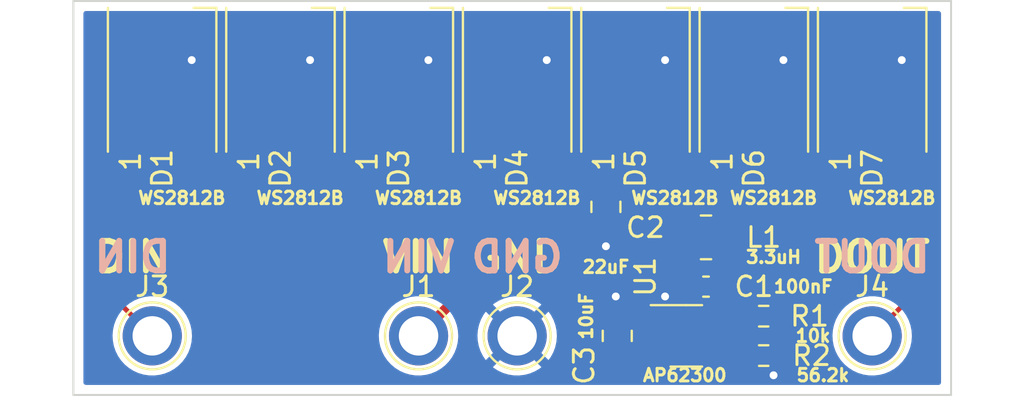
<source format=kicad_pcb>
(kicad_pcb (version 20211014) (generator pcbnew)
  (layers (0 "F.Cu" signal) (31 "B.Cu" signal) (34 "B.Paste" user) (35 "F.Paste" user) (36 "B.SilkS" user "B.Silkscreen") (37 "F.SilkS" user "F.Silkscreen") (38 "B.Mask" user) (39 "F.Mask" user) (44 "Edge.Cuts" user))
  (net 0 "")
  (net 1 "Net-(C1-Pad1)")
  (net 2 "Net-(C1-Pad2)")
  (net 3 "+5V")
  (net 4 "GND")
  (net 5 "VCC")
  (net 6 "Net-(D1-Pad2)")
  (net 7 "Net-(D1-Pad4)")
  (net 8 "Net-(D2-Pad2)")
  (net 9 "Net-(D3-Pad2)")
  (net 10 "Net-(D4-Pad2)")
  (net 11 "Net-(D5-Pad2)")
  (net 12 "Net-(D6-Pad2)")
  (net 13 "Net-(D7-Pad2)")
  (net 14 "Net-(R1-Pad2)")
  (footprint "LED_SMD:LED_WS2812B_PLCC4_5.0x5.0mm_P3.2mm" (layer "F.Cu") (at 114.5 19 90)
    (fp_text reference "D5" (at -4.5 0 90) (layer "F.SilkS"))
    (fp_text value "WS2812B" (at -6 2 180) (layer "F.SilkS") (effects (font (size 0.635 0.635))))
    (fp_text user "1" (at -4.15 -1.6 90) (layer "F.SilkS"))
    (fp_line (start -3.65 2.75) (end 3.65 2.75) (layer "F.SilkS") (width 0.12))
    (fp_line (start -3.65 -2.75) (end 3.65 -2.75) (layer "F.SilkS") (width 0.12))
    (fp_line (start 3.65 2.75) (end 3.65 1.6) (layer "F.SilkS") (width 0.12))
    (pad "1" smd rect (at -2.45 -1.6 90) (size 1.5 1) (layers "F.Cu" "F.Paste" "F.Mask") (net 3 "+5V"))
    (pad "2" smd rect (at -2.45 1.6 90) (size 1.5 1) (layers "F.Cu" "F.Paste" "F.Mask") (net 11 "Net-(D5-Pad2)"))
    (pad "3" smd rect (at 2.45 1.6 90) (size 1.5 1) (layers "F.Cu" "F.Paste" "F.Mask") (net 4 "GND"))
    (pad "4" smd rect (at 2.45 -1.6 90) (size 1.5 1) (layers "F.Cu" "F.Paste" "F.Mask") (net 10 "Net-(D4-Pad2)"))
  )
  (footprint "LED_SMD:LED_WS2812B_PLCC4_5.0x5.0mm_P3.2mm" (layer "F.Cu") (at 90.5 19 90)
    (fp_text reference "D1" (at -4.5 0 90) (layer "F.SilkS"))
    (fp_text value "WS2812B" (at -6 1 180) (layer "F.SilkS") (effects (font (size 0.635 0.635))))
    (fp_text user "1" (at -4.15 -1.6 90) (layer "F.SilkS"))
    (fp_line (start -3.65 -2.75) (end 3.65 -2.75) (layer "F.SilkS") (width 0.12))
    (fp_line (start -3.65 2.75) (end 3.65 2.75) (layer "F.SilkS") (width 0.12))
    (fp_line (start 3.65 2.75) (end 3.65 1.6) (layer "F.SilkS") (width 0.12))
    (pad "1" smd rect (at -2.45 -1.6 90) (size 1.5 1) (layers "F.Cu" "F.Paste" "F.Mask") (net 3 "+5V"))
    (pad "2" smd rect (at -2.45 1.6 90) (size 1.5 1) (layers "F.Cu" "F.Paste" "F.Mask") (net 6 "Net-(D1-Pad2)"))
    (pad "3" smd rect (at 2.45 1.6 90) (size 1.5 1) (layers "F.Cu" "F.Paste" "F.Mask") (net 4 "GND"))
    (pad "4" smd rect (at 2.45 -1.6 90) (size 1.5 1) (layers "F.Cu" "F.Paste" "F.Mask") (net 7 "Net-(D1-Pad4)"))
  )
  (footprint "Capacitor_SMD:C_0603_1608Metric" (layer "F.Cu") (at 118.075 29.5)
    (fp_text reference "C1" (at 2.425 0) (layer "F.SilkS"))
    (fp_text value "100nF" (at 4.925 0 180) (layer "F.SilkS") (effects (font (size 0.635 0.635))))
    (fp_line (start -0.14058 -0.51) (end 0.14058 -0.51) (layer "F.SilkS") (width 0.12))
    (fp_line (start -0.14058 0.51) (end 0.14058 0.51) (layer "F.SilkS") (width 0.12))
    (pad "1" smd roundrect (at -0.775 0) (size 0.9 0.95) (layers "F.Cu" "F.Paste" "F.Mask") (net 1 "Net-(C1-Pad1)"))
    (pad "2" smd roundrect (at 0.775 0) (size 0.9 0.95) (layers "F.Cu" "F.Paste" "F.Mask") (net 2 "Net-(C1-Pad2)"))
  )
  (footprint "Inductor_SMD:L_1008_2520Metric" (layer "F.Cu") (at 118.075 27)
    (fp_text reference "L1" (at 2.925 0) (layer "F.SilkS"))
    (fp_text value "3.3uH" (at 3.425 1) (layer "F.SilkS") (effects (font (size 0.635 0.635))))
    (fp_line (start -0.261252 -1.11) (end 0.261252 -1.11) (layer "F.SilkS") (width 0.12))
    (fp_line (start -0.261252 1.11) (end 0.261252 1.11) (layer "F.SilkS") (width 0.12))
    (pad "1" smd roundrect (at -1.075 0) (size 1.25 2.2) (layers "F.Cu" "F.Paste" "F.Mask") (roundrect_rratio 0.2) (net 1 "Net-(C1-Pad1)"))
    (pad "2" smd roundrect (at 1.075 0) (size 1.25 2.2) (layers "F.Cu" "F.Paste" "F.Mask") (roundrect_rratio 0.2) (net 3 "+5V"))
  )
  (footprint "Capacitor_SMD:C_0805_2012Metric" (layer "F.Cu") (at 113 25.45 -90)
    (fp_text reference "C2" (at 1.05 -2 180) (layer "F.SilkS"))
    (fp_text value "22uF" (at 3.05 0 180) (layer "F.SilkS") (effects (font (size 0.635 0.635))))
    (fp_line (start -0.261252 0.735) (end 0.261252 0.735) (layer "F.SilkS") (width 0.12))
    (fp_line (start -0.261252 -0.735) (end 0.261252 -0.735) (layer "F.SilkS") (width 0.12))
    (pad "1" smd roundrect (at -0.95 0 270) (size 1 1.45) (layers "F.Cu" "F.Paste" "F.Mask") (net 3 "+5V"))
    (pad "2" smd roundrect (at 0.95 0 270) (size 1 1.45) (layers "F.Cu" "F.Paste" "F.Mask") (net 4 "GND"))
  )
  (footprint "TestPoint:TestPoint_Plated_Hole_D2.0mm" (layer "F.Cu") (at 90 32)
    (fp_text reference "J3" (at 0 -2.498) (layer "F.SilkS"))
    (fp_text value "Conn_01x01_Female")
    (fp_circle (center 0 0) (end 0 -1.7) (layer "F.SilkS") (width 0.12) (fill none))
    (pad "1" thru_hole circle (at 0 0) (size 3 3) (drill 2) (layers *.Cu *.Mask) (net 7 "Net-(D1-Pad4)"))
  )
  (footprint "Capacitor_SMD:C_0805_2012Metric" (layer "F.Cu") (at 113.575 32 90)
    (fp_text reference "C3" (at -1.5 -1.68 90) (layer "F.SilkS"))
    (fp_text value "10uF" (at 1 -1.575 90) (layer "F.SilkS") (effects (font (size 0.635 0.635))))
    (fp_line (start -0.261252 0.735) (end 0.261252 0.735) (layer "F.SilkS") (width 0.12))
    (fp_line (start -0.261252 -0.735) (end 0.261252 -0.735) (layer "F.SilkS") (width 0.12))
    (pad "1" smd roundrect (at -0.95 0 90) (size 1 1.45) (layers "F.Cu" "F.Paste" "F.Mask") (net 5 "VCC"))
    (pad "2" smd roundrect (at 0.95 0 90) (size 1 1.45) (layers "F.Cu" "F.Paste" "F.Mask") (net 4 "GND"))
  )
  (footprint "LED_SMD:LED_WS2812B_PLCC4_5.0x5.0mm_P3.2mm" (layer "F.Cu") (at 120.5 19 90)
    (fp_text reference "D6" (at -4.5 0 90) (layer "F.SilkS"))
    (fp_text value "WS2812B" (at -6 1 180) (layer "F.SilkS") (effects (font (size 0.635 0.635))))
    (fp_text user "1" (at -4.15 -1.6 90) (layer "F.SilkS"))
    (fp_line (start 3.65 2.75) (end 3.65 1.6) (layer "F.SilkS") (width 0.12))
    (fp_line (start -3.65 -2.75) (end 3.65 -2.75) (layer "F.SilkS") (width 0.12))
    (fp_line (start -3.65 2.75) (end 3.65 2.75) (layer "F.SilkS") (width 0.12))
    (pad "1" smd rect (at -2.45 -1.6 90) (size 1.5 1) (layers "F.Cu" "F.Paste" "F.Mask") (net 3 "+5V"))
    (pad "2" smd rect (at -2.45 1.6 90) (size 1.5 1) (layers "F.Cu" "F.Paste" "F.Mask") (net 12 "Net-(D6-Pad2)"))
    (pad "3" smd rect (at 2.45 1.6 90) (size 1.5 1) (layers "F.Cu" "F.Paste" "F.Mask") (net 4 "GND"))
    (pad "4" smd rect (at 2.45 -1.6 90) (size 1.5 1) (layers "F.Cu" "F.Paste" "F.Mask") (net 11 "Net-(D5-Pad2)"))
  )
  (footprint "TestPoint:TestPoint_Plated_Hole_D2.0mm" (layer "F.Cu") (at 103.5 32)
    (fp_text reference "J1" (at 0 -2.498) (layer "F.SilkS"))
    (fp_text value "Conn_01x01_Female")
    (fp_circle (center 0 0) (end 0 -1.7) (layer "F.SilkS") (width 0.12) (fill none))
    (pad "1" thru_hole circle (at 0 0) (size 3 3) (drill 2) (layers *.Cu *.Mask) (net 5 "VCC"))
  )
  (footprint "Package_TO_SOT_SMD:TSOT-23-6" (layer "F.Cu") (at 117.075 32)
    (fp_text reference "U1" (at -2.075 -3 90) (layer "F.SilkS"))
    (fp_text value "AP62300" (at -0.075 2 180) (layer "F.SilkS") (effects (font (size 0.635 0.635))))
    (fp_line (start 0 1.56) (end 0.8 1.56) (layer "F.SilkS") (width 0.12))
    (fp_line (start 0 -1.56) (end 0.8 -1.56) (layer "F.SilkS") (width 0.12))
    (fp_line (start 0 -1.56) (end -1.8 -1.56) (layer "F.SilkS") (width 0.12))
    (fp_line (start 0 1.56) (end -0.8 1.56) (layer "F.SilkS") (width 0.12))
    (pad "1" smd roundrect (at -1.1375 -0.95) (size 1.325 0.6) (layers "F.Cu" "F.Paste" "F.Mask") (net 4 "GND"))
    (pad "2" smd roundrect (at -1.1375 0) (size 1.325 0.6) (layers "F.Cu" "F.Paste" "F.Mask") (net 1 "Net-(C1-Pad1)"))
    (pad "3" smd roundrect (at -1.1375 0.95) (size 1.325 0.6) (layers "F.Cu" "F.Paste" "F.Mask") (net 5 "VCC"))
    (pad "4" smd roundrect (at 1.1375 0.95) (size 1.325 0.6) (layers "F.Cu" "F.Paste" "F.Mask") (net 14 "Net-(R1-Pad2)"))
    (pad "5" smd roundrect (at 1.1375 0) (size 1.325 0.6) (layers "F.Cu" "F.Paste" "F.Mask"))
    (pad "6" smd roundrect (at 1.1375 -0.95) (size 1.325 0.6) (layers "F.Cu" "F.Paste" "F.Mask") (net 2 "Net-(C1-Pad2)"))
  )
  (footprint "LED_SMD:LED_WS2812B_PLCC4_5.0x5.0mm_P3.2mm" (layer "F.Cu") (at 102.5 19 90)
    (fp_text reference "D3" (at -4.5 0 90) (layer "F.SilkS"))
    (fp_text value "WS2812B" (at -6 1 180) (layer "F.SilkS") (effects (font (size 0.635 0.635))))
    (fp_text user "1" (at -4.15 -1.6 90) (layer "F.SilkS"))
    (fp_line (start -3.65 -2.75) (end 3.65 -2.75) (layer "F.SilkS") (width 0.12))
    (fp_line (start -3.65 2.75) (end 3.65 2.75) (layer "F.SilkS") (width 0.12))
    (fp_line (start 3.65 2.75) (end 3.65 1.6) (layer "F.SilkS") (width 0.12))
    (pad "1" smd rect (at -2.45 -1.6 90) (size 1.5 1) (layers "F.Cu" "F.Paste" "F.Mask") (net 3 "+5V"))
    (pad "2" smd rect (at -2.45 1.6 90) (size 1.5 1) (layers "F.Cu" "F.Paste" "F.Mask") (net 9 "Net-(D3-Pad2)"))
    (pad "3" smd rect (at 2.45 1.6 90) (size 1.5 1) (layers "F.Cu" "F.Paste" "F.Mask") (net 4 "GND"))
    (pad "4" smd rect (at 2.45 -1.6 90) (size 1.5 1) (layers "F.Cu" "F.Paste" "F.Mask") (net 8 "Net-(D2-Pad2)"))
  )
  (footprint "LED_SMD:LED_WS2812B_PLCC4_5.0x5.0mm_P3.2mm" (layer "F.Cu") (at 126.5 19 90)
    (fp_text reference "D7" (at -4.5 0 90) (layer "F.SilkS"))
    (fp_text value "WS2812B" (at -6 1) (layer "F.SilkS") (effects (font (size 0.635 0.635))))
    (fp_text user "1" (at -4.15 -1.6 90) (layer "F.SilkS"))
    (fp_line (start -3.65 2.75) (end 3.65 2.75) (layer "F.SilkS") (width 0.12))
    (fp_line (start -3.65 -2.75) (end 3.65 -2.75) (layer "F.SilkS") (width 0.12))
    (fp_line (start 3.65 2.75) (end 3.65 1.6) (layer "F.SilkS") (width 0.12))
    (pad "1" smd rect (at -2.45 -1.6 90) (size 1.5 1) (layers "F.Cu" "F.Paste" "F.Mask") (net 3 "+5V"))
    (pad "2" smd rect (at -2.45 1.6 90) (size 1.5 1) (layers "F.Cu" "F.Paste" "F.Mask") (net 13 "Net-(D7-Pad2)"))
    (pad "3" smd rect (at 2.45 1.6 90) (size 1.5 1) (layers "F.Cu" "F.Paste" "F.Mask") (net 4 "GND"))
    (pad "4" smd rect (at 2.45 -1.6 90) (size 1.5 1) (layers "F.Cu" "F.Paste" "F.Mask") (net 12 "Net-(D6-Pad2)"))
  )
  (footprint "Resistor_SMD:R_0603_1608Metric" (layer "F.Cu") (at 121 31 180)
    (fp_text reference "R1" (at -2.325 0 180) (layer "F.SilkS"))
    (fp_text value "56.2k" (at -3 -3) (layer "F.SilkS") (effects (font (size 0.635 0.635))))
    (fp_line (start -0.237258 0.5225) (end 0.237258 0.5225) (layer "F.SilkS") (width 0.12))
    (fp_line (start -0.237258 -0.5225) (end 0.237258 -0.5225) (layer "F.SilkS") (width 0.12))
    (pad "1" smd roundrect (at -0.825 0 180) (size 0.8 0.95) (layers "F.Cu" "F.Paste" "F.Mask") (net 3 "+5V"))
    (pad "2" smd roundrect (at 0.825 0 180) (size 0.8 0.95) (layers "F.Cu" "F.Paste" "F.Mask") (net 14 "Net-(R1-Pad2)"))
  )
  (footprint "LED_SMD:LED_WS2812B_PLCC4_5.0x5.0mm_P3.2mm" (layer "F.Cu") (at 96.5 19 90)
    (fp_text reference "D2" (at -4.5 0 90) (layer "F.SilkS"))
    (fp_text value "WS2812B" (at -6 1 180) (layer "F.SilkS") (effects (font (size 0.635 0.635))))
    (fp_text user "1" (at -4.15 -1.6 90) (layer "F.SilkS"))
    (fp_line (start 3.65 2.75) (end 3.65 1.6) (layer "F.SilkS") (width 0.12))
    (fp_line (start -3.65 -2.75) (end 3.65 -2.75) (layer "F.SilkS") (width 0.12))
    (fp_line (start -3.65 2.75) (end 3.65 2.75) (layer "F.SilkS") (width 0.12))
    (pad "1" smd rect (at -2.45 -1.6 90) (size 1.5 1) (layers "F.Cu" "F.Paste" "F.Mask") (net 3 "+5V"))
    (pad "2" smd rect (at -2.45 1.6 90) (size 1.5 1) (layers "F.Cu" "F.Paste" "F.Mask") (net 8 "Net-(D2-Pad2)"))
    (pad "3" smd rect (at 2.45 1.6 90) (size 1.5 1) (layers "F.Cu" "F.Paste" "F.Mask") (net 4 "GND"))
    (pad "4" smd rect (at 2.45 -1.6 90) (size 1.5 1) (layers "F.Cu" "F.Paste" "F.Mask") (net 6 "Net-(D1-Pad2)"))
  )
  (footprint "TestPoint:TestPoint_Plated_Hole_D2.0mm" (layer "F.Cu") (at 126.5 32)
    (fp_text reference "J4" (at 0 -2.498) (layer "F.SilkS"))
    (fp_text value "Conn_01x01_Female")
    (fp_circle (center 0 0) (end 0 -1.7) (layer "F.SilkS") (width 0.12) (fill none))
    (pad "1" thru_hole circle (at 0 0) (size 3 3) (drill 2) (layers *.Cu *.Mask) (net 13 "Net-(D7-Pad2)"))
  )
  (footprint "Resistor_SMD:R_0603_1608Metric" (layer "F.Cu") (at 121 33)
    (fp_text reference "R2" (at 2.425 0) (layer "F.SilkS"))
    (fp_text value "10k" (at 2.5 -1) (layer "F.SilkS") (effects (font (size 0.635 0.635))))
    (fp_line (start -0.237258 -0.5225) (end 0.237258 -0.5225) (layer "F.SilkS") (width 0.12))
    (fp_line (start -0.237258 0.5225) (end 0.237258 0.5225) (layer "F.SilkS") (width 0.12))
    (pad "1" smd roundrect (at -0.825 0) (size 0.8 0.95) (layers "F.Cu" "F.Paste" "F.Mask") (net 14 "Net-(R1-Pad2)"))
    (pad "2" smd roundrect (at 0.825 0) (size 0.8 0.95) (layers "F.Cu" "F.Paste" "F.Mask") (net 4 "GND"))
  )
  (footprint "LED_SMD:LED_WS2812B_PLCC4_5.0x5.0mm_P3.2mm" (layer "F.Cu") (at 108.5 19 90)
    (fp_text reference "D4" (at -4.5 0 90) (layer "F.SilkS"))
    (fp_text value "WS2812B" (at -6 1 180) (layer "F.SilkS") (effects (font (size 0.635 0.635))))
    (fp_text user "1" (at -4.15 -1.6 90) (layer "F.SilkS"))
    (fp_line (start -3.65 -2.75) (end 3.65 -2.75) (layer "F.SilkS") (width 0.12))
    (fp_line (start -3.65 2.75) (end 3.65 2.75) (layer "F.SilkS") (width 0.12))
    (fp_line (start 3.65 2.75) (end 3.65 1.6) (layer "F.SilkS") (width 0.12))
    (pad "1" smd rect (at -2.45 -1.6 90) (size 1.5 1) (layers "F.Cu" "F.Paste" "F.Mask") (net 3 "+5V"))
    (pad "2" smd rect (at -2.45 1.6 90) (size 1.5 1) (layers "F.Cu" "F.Paste" "F.Mask") (net 10 "Net-(D4-Pad2)"))
    (pad "3" smd rect (at 2.45 1.6 90) (size 1.5 1) (layers "F.Cu" "F.Paste" "F.Mask") (net 4 "GND"))
    (pad "4" smd rect (at 2.45 -1.6 90) (size 1.5 1) (layers "F.Cu" "F.Paste" "F.Mask") (net 9 "Net-(D3-Pad2)"))
  )
  (footprint "TestPoint:TestPoint_Plated_Hole_D2.0mm" (layer "F.Cu") (at 108.5 32)
    (fp_text reference "J2" (at 0 -2.498) (layer "F.SilkS"))
    (fp_text value "Conn_01x01_Female")
    (fp_circle (center 0 0) (end 0 -1.7) (layer "F.SilkS") (width 0.12) (fill none))
    (pad "1" thru_hole circle (at 0 0) (size 3 3) (drill 2) (layers *.Cu *.Mask) (net 4 "GND"))
  )
  (gr_line (start 130.5 15) (end 130.5 35) (layer "Edge.Cuts") (width 0.1))
  (gr_line (start 130.5 35) (end 86 35) (layer "Edge.Cuts") (width 0.1))
  (gr_line (start 86 15) (end 130.5 15) (layer "Edge.Cuts") (width 0.1))
  (gr_line (start 86 35) (end 86 15) (layer "Edge.Cuts") (width 0.1))
  (gr_text "GND" (at 108.5 28) (layer "B.SilkS") (effects (font (size 1.5 1.5) (thickness 0.3)) (justify mirror)))
  (gr_text "DIN" (at 89 28) (layer "B.SilkS") (effects (font (size 1.5 1.5) (thickness 0.3)) (justify mirror)))
  (gr_text "VIN" (at 103.5 28) (layer "B.SilkS") (effects (font (size 1.5 1.5) (thickness 0.3)) (justify mirror)))
  (gr_text "DOUT" (at 126.5 28) (layer "B.SilkS") (effects (font (size 1.5 1.5) (thickness 0.3)) (justify mirror)))
  (gr_text "GND" (at 108.5 28) (layer "F.SilkS") (effects (font (size 1.5 1.5) (thickness 0.3))))
  (gr_text "DOUT" (at 126.5 28) (layer "F.SilkS") (effects (font (size 1.5 1.5) (thickness 0.3))))
  (gr_text "VIN" (at 103.5 28) (layer "F.SilkS") (effects (font (size 1.5 1.5) (thickness 0.3))))
  (gr_text "DIN" (at 89 28) (layer "F.SilkS") (effects (font (size 1.5 1.5) (thickness 0.3))))
  (segment (start 115.9375 32) (end 116.575 32) (width 0.5) (layer "F.Cu") (net 1))
  (segment (start 117.075 29.5) (end 117.04952 29.52548) (width 0.5) (layer "F.Cu") (net 1))
  (segment (start 117.3 29.5) (end 117.075 29.5) (width 0.5) (layer "F.Cu") (net 1))
  (segment (start 117.04952 31.52548) (end 117.04952 29.52548) (width 0.5) (layer "F.Cu") (net 1))
  (segment (start 116.575 32) (end 117.04952 31.52548) (width 0.5) (layer "F.Cu") (net 1))
  (segment (start 117.04952 27.04952) (end 117 27) (width 0.5) (layer "F.Cu") (net 1))
  (segment (start 117.04952 29.52548) (end 117.04952 27.04952) (width 0.5) (layer "F.Cu") (net 1))
  (segment (start 118.2125 30.1375) (end 118.85 29.5) (width 0.5) (layer "F.Cu") (net 2))
  (segment (start 118.2125 31.05) (end 118.2125 30.1375) (width 0.5) (layer "F.Cu") (net 2))
  (segment (start 88.9 21.45) (end 91.95 24.5) (width 1) (layer "F.Cu") (net 3))
  (segment (start 94.9 24.4) (end 95 24.5) (width 1) (layer "F.Cu") (net 3))
  (segment (start 119.15 27) (end 119.15 27.15) (width 0.5) (layer "F.Cu") (net 3))
  (segment (start 107 24.5) (end 113 24.5) (width 1) (layer "F.Cu") (net 3))
  (segment (start 118.9 21.45) (end 118.9 24.4) (width 1) (layer "F.Cu") (net 3))
  (segment (start 112.9 24.4) (end 113 24.5) (width 1) (layer "F.Cu") (net 3))
  (segment (start 119 24.5) (end 119 26.85) (width 1) (layer "F.Cu") (net 3))
  (segment (start 100.9 24.4) (end 101 24.5) (width 1) (layer "F.Cu") (net 3))
  (segment (start 113 24.5) (end 119 24.5) (width 1) (layer "F.Cu") (net 3))
  (segment (start 94.9 21.45) (end 94.9 24.4) (width 1) (layer "F.Cu") (net 3))
  (segment (start 119.15 27.15) (end 121.825 29.825) (width 0.5) (layer "F.Cu") (net 3))
  (segment (start 119 24.5) (end 121.85 24.5) (width 1) (layer "F.Cu") (net 3))
  (segment (start 118.9 24.4) (end 119 24.5) (width 1) (layer "F.Cu") (net 3))
  (segment (start 101 24.5) (end 107 24.5) (width 1) (layer "F.Cu") (net 3))
  (segment (start 91.95 24.5) (end 95 24.5) (width 1) (layer "F.Cu") (net 3))
  (segment (start 106.9 21.45) (end 106.9 24.4) (width 1) (layer "F.Cu") (net 3))
  (segment (start 106.9 24.4) (end 107 24.5) (width 1) (layer "F.Cu") (net 3))
  (segment (start 95 24.5) (end 101 24.5) (width 1) (layer "F.Cu") (net 3))
  (segment (start 112.9 21.45) (end 112.9 24.4) (width 1) (layer "F.Cu") (net 3))
  (segment (start 121.825 29.825) (end 121.825 31) (width 0.5) (layer "F.Cu") (net 3))
  (segment (start 119 26.85) (end 119.15 27) (width 1) (layer "F.Cu") (net 3))
  (segment (start 100.9 21.45) (end 100.9 24.4) (width 1) (layer "F.Cu") (net 3))
  (segment (start 121.85 24.5) (end 124.9 21.45) (width 1) (layer "F.Cu") (net 3))
  (segment (start 98.1 17.9) (end 98 18) (width 0.5) (layer "F.Cu") (net 4))
  (segment (start 92.1 17.9) (end 92 18) (width 0.5) (layer "F.Cu") (net 4))
  (segment (start 113 26.4) (end 113 27.45) (width 0.5) (layer "F.Cu") (net 4))
  (segment (start 121.825 33.675) (end 121.5 34) (width 0.5) (layer "F.Cu") (net 4))
  (segment (start 116.1 16.55) (end 116.1 17.9) (width 0.5) (layer "F.Cu") (net 4))
  (segment (start 128.1 17.9) (end 128 18) (width 0.5) (layer "F.Cu") (net 4))
  (segment (start 115.9375 31.05) (end 113.575 31.05) (width 0.5) (layer "F.Cu") (net 4))
  (segment (start 121.825 33) (end 121.825 33.675) (width 0.5) (layer "F.Cu") (net 4))
  (segment (start 115.9375 30.0625) (end 116 30) (width 0.5) (layer "F.Cu") (net 4))
  (segment (start 110.1 17.9) (end 110 18) (width 0.5) (layer "F.Cu") (net 4))
  (segment (start 104.1 17.9) (end 104 18) (width 0.5) (layer "F.Cu") (net 4))
  (segment (start 92.1 16.55) (end 92.1 17.9) (width 0.5) (layer "F.Cu") (net 4))
  (segment (start 122.1 17.9) (end 122 18) (width 0.5) (layer "F.Cu") (net 4))
  (segment (start 113.575 30.075) (end 113.5 30) (width 0.5) (layer "F.Cu") (net 4))
  (segment (start 128.1 16.55) (end 128.1 17.9) (width 0.5) (layer "F.Cu") (net 4))
  (segment (start 104.1 16.55) (end 104.1 17.9) (width 0.5) (layer "F.Cu") (net 4))
  (segment (start 122.1 16.55) (end 122.1 17.9) (width 0.5) (layer "F.Cu") (net 4))
  (segment (start 98.1 16.55) (end 98.1 17.9) (width 0.5) (layer "F.Cu") (net 4))
  (segment (start 110.1 16.55) (end 110.1 17.9) (width 0.5) (layer "F.Cu") (net 4))
  (segment (start 115.9375 31.05) (end 115.9375 30.0625) (width 0.5) (layer "F.Cu") (net 4))
  (segment (start 116.1 17.9) (end 116 18) (width 0.5) (layer "F.Cu") (net 4))
  (segment (start 113.575 31.05) (end 113.575 30.075) (width 0.5) (layer "F.Cu") (net 4))
  (via (at 92 18) (size 0.8) (drill 0.4) (layers "F.Cu" "B.Cu") (net 4))
  (via (at 116 18) (size 0.8) (drill 0.4) (layers "F.Cu" "B.Cu") (net 4))
  (via (at 122 18) (size 0.8) (drill 0.4) (layers "F.Cu" "B.Cu") (net 4))
  (via (at 104 18) (size 0.8) (drill 0.4) (layers "F.Cu" "B.Cu") (net 4))
  (via (at 121.5 34) (size 0.8) (drill 0.4) (layers "F.Cu" "B.Cu") (net 4))
  (via (at 98 18) (size 0.8) (drill 0.4) (layers "F.Cu" "B.Cu") (net 4))
  (via (at 110 18) (size 0.8) (drill 0.4) (layers "F.Cu" "B.Cu") (net 4))
  (via (at 113 27.45) (size 0.8) (drill 0.4) (layers "F.Cu" "B.Cu") (net 4))
  (via (at 113.5 30) (size 0.8) (drill 0.4) (layers "F.Cu" "B.Cu") (net 4))
  (via (at 116 30) (size 0.8) (drill 0.4) (layers "F.Cu" "B.Cu") (net 4))
  (via (at 128 18) (size 0.8) (drill 0.4) (layers "F.Cu" "B.Cu") (net 4))
  (segment (start 115.9375 32.95) (end 113.575 32.95) (width 0.5) (layer "F.Cu") (net 5))
  (segment (start 106 29.5) (end 103.5 32) (width 0.5) (layer "F.Cu") (net 5))
  (segment (start 113.575 32.95) (end 110.125 29.5) (width 0.5) (layer "F.Cu") (net 5))
  (segment (start 110.125 29.5) (end 106 29.5) (width 0.5) (layer "F.Cu") (net 5))
  (segment (start 92.1 21.45) (end 92.1 19.35) (width 0.25) (layer "F.Cu") (net 6))
  (segment (start 92.1 19.35) (end 94.9 16.55) (width 0.25) (layer "F.Cu") (net 6))
  (segment (start 88.9 16.55) (end 87.5 17.95) (width 0.25) (layer "F.Cu") (net 7))
  (segment (start 87.5 17.95) (end 87.5 29.5) (width 0.25) (layer "F.Cu") (net 7))
  (segment (start 87.5 29.5) (end 90 32) (width 0.25) (layer "F.Cu") (net 7))
  (segment (start 98.1 21.45) (end 98.1 19.35) (width 0.25) (layer "F.Cu") (net 8))
  (segment (start 98.1 19.35) (end 100.9 16.55) (width 0.25) (layer "F.Cu") (net 8))
  (segment (start 104.1 19.35) (end 106.9 16.55) (width 0.25) (layer "F.Cu") (net 9))
  (segment (start 104.1 21.45) (end 104.1 19.35) (width 0.25) (layer "F.Cu") (net 9))
  (segment (start 110.1 19.35) (end 112.9 16.55) (width 0.25) (layer "F.Cu") (net 10))
  (segment (start 110.1 21.45) (end 110.1 19.35) (width 0.25) (layer "F.Cu") (net 10))
  (segment (start 116.1 21.45) (end 116.1 19.35) (width 0.25) (layer "F.Cu") (net 11))
  (segment (start 116.1 19.35) (end 118.9 16.55) (width 0.25) (layer "F.Cu") (net 11))
  (segment (start 122.1 21.45) (end 122.1 19.35) (width 0.25) (layer "F.Cu") (net 12))
  (segment (start 122.1 19.35) (end 124.9 16.55) (width 0.25) (layer "F.Cu") (net 12))
  (segment (start 128.1 21.45) (end 128.1 30.4) (width 0.25) (layer "F.Cu") (net 13))
  (segment (start 128.1 30.4) (end 126.5 32) (width 0.25) (layer "F.Cu") (net 13))
  (segment (start 120.125 32.95) (end 120.175 33) (width 0.5) (layer "F.Cu") (net 14))
  (segment (start 118.2125 32.95) (end 120.125 32.95) (width 0.5) (layer "F.Cu") (net 14))
  (segment (start 120.175 33) (end 120.175 31) (width 0.5) (layer "F.Cu") (net 14))
  (zone (net 4) (net_name "GND") (layer "B.Cu") (connect_pads (clearance 0.508)) (min_thickness 0.254) (fill yes (thermal_gap 0.508) (thermal_bridge_width 0.508))
    (polygon (pts (xy 130.5 35) (xy 86 35) (xy 86 15) (xy 130.5 15)))
  )
)
</source>
